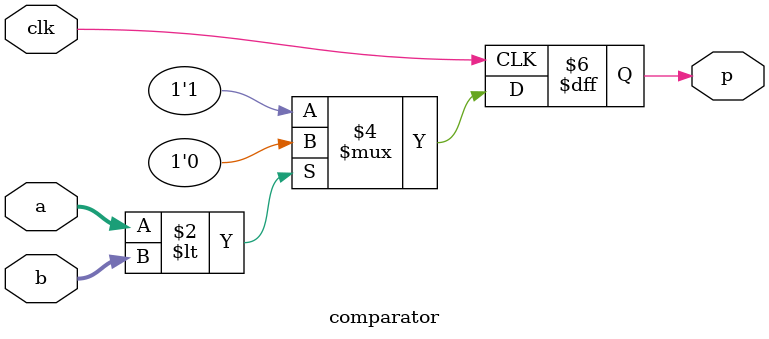
<source format=v>
module comparator (
    p,
    a,
    b,
    clk,
);
  parameter integer N = 8;
  input [N-1:0] a, b;
  input clk;
  output p;

  // assign q = (a<b)?v2cdfg/yosys_data1/comparator.v1'b0:1'b1;
  always @(posedge clk) begin
    if (a < b) begin
      p = 1'b0;
    end else begin
      p = 1'b1;
    end
  end
endmodule

</source>
